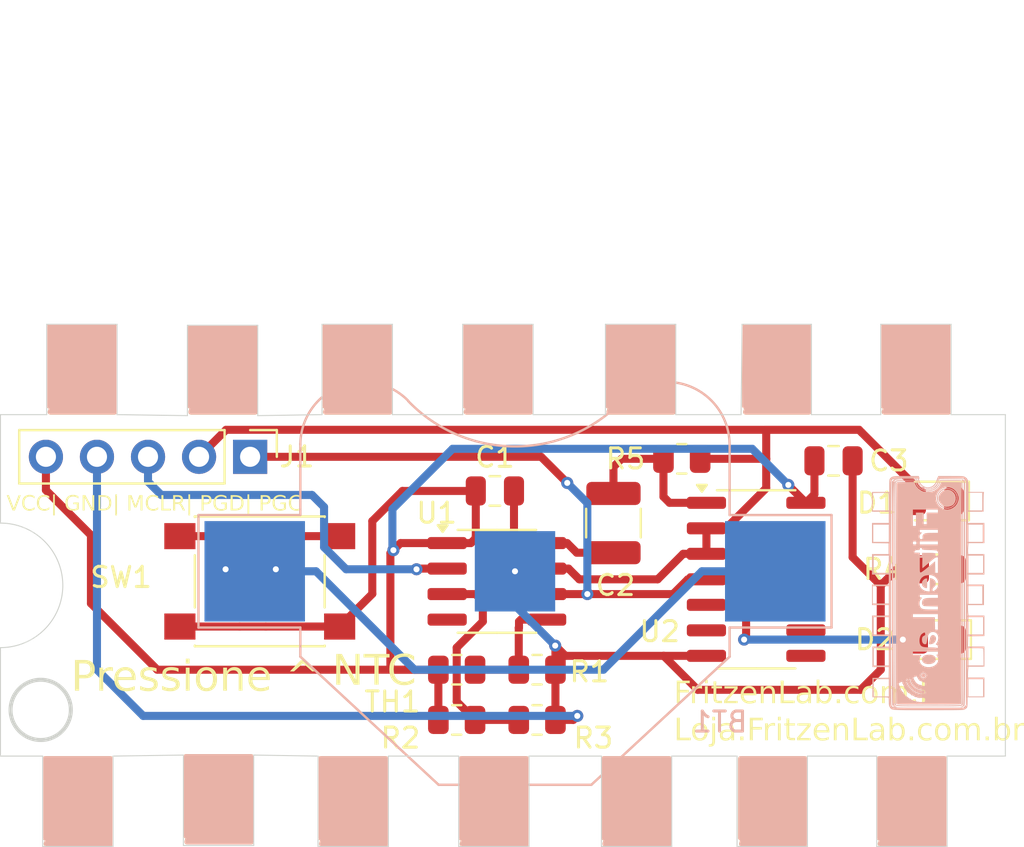
<source format=kicad_pcb>
(kicad_pcb (version 20240108) (generator "pcbnew") (generator_version "8.0")
  (layers (0 "F.Cu" signal) (31 "B.Cu" signal) (34 "B.Paste" user) (35 "F.Paste" user) (36 "B.SilkS" user "B.Silkscreen") (37 "F.SilkS" user "F.Silkscreen") (38 "B.Mask" user) (39 "F.Mask" user) (44 "Edge.Cuts" user))
  (net 0 "")
  (net 1 "Net-(BT1-+)")
  (net 2 "GND")
  (net 3 "VCC")
  (net 4 "Net-(D1-K)")
  (net 5 "A0")
  (net 6 "REF")
  (net 8 "LED1")
  (net 9 "LED2")
  (net 10 "MCLR")
  (net 11 "Net-(C2-Pad1)")
  (footprint "Connector_PinHeader_2.54mm:PinHeader_1x05_P2.54mm_Vertical" (layer "F.Cu") (at 112.22 73.3 -90)
    (property "Reference" "J1" (at 0 -2.33 180) (layer "F.SilkS"))
    (property "Value" "Conn_01x05_Pin" (hide yes))
    (pad "1" thru_hole rect (at 0 0 270) (size 1.7 1.7) (drill 1) (layers "*.Cu" "*.Mask") (net 9 "LED2"))
    (pad "2" thru_hole oval (at 0 2.54 270) (size 1.7 1.7) (drill 1) (layers "*.Cu" "*.Mask") (net 8 "LED1"))
    (pad "3" thru_hole oval (at 0 5.08 270) (size 1.7 1.7) (drill 1) (layers "*.Cu" "*.Mask") (net 10 "MCLR"))
    (pad "4" thru_hole oval (at 0 7.62 270) (size 1.7 1.7) (drill 1) (layers "*.Cu" "*.Mask") (net 2 "GND"))
    (pad "5" thru_hole oval (at 0 10.16 270) (size 1.7 1.7) (drill 1) (layers "*.Cu" "*.Mask") (net 3 "VCC"))
  )
  (footprint "Capacitor_SMD:C_1210_3225Metric" (layer "F.Cu") (at 130.3 76.6 -90)
    (property "Reference" "C2" (at 3.1 -0.1 180) (layer "F.SilkS"))
    (property "Value" "10u" (hide yes))
    (pad "1" smd roundrect (at -1.475 0 270) (size 1.15 2.7) (layers "F.Cu" "F.Paste" "F.Mask") (roundrect_rratio 0.217391) (net 11 "Net-(C2-Pad1)"))
    (pad "2" smd roundrect (at 1.475 0 270) (size 1.15 2.7) (layers "F.Cu" "F.Paste" "F.Mask") (roundrect_rratio 0.217391) (net 2 "GND"))
  )
  (footprint "Capacitor_SMD:C_0805_2012Metric" (layer "F.Cu") (at 141.25 73.5)
    (property "Reference" "C3" (at 2.75 0 0) (layer "F.SilkS"))
    (property "Value" "100n" (hide yes))
    (pad "1" smd roundrect (at -0.95 0) (size 1 1.45) (layers "F.Cu" "F.Paste" "F.Mask") (net 3 "VCC"))
    (pad "2" smd roundrect (at 0.95 0) (size 1 1.45) (layers "F.Cu" "F.Paste" "F.Mask") (net 2 "GND"))
  )
  (footprint "Resistor_SMD:R_0805_2012Metric" (layer "F.Cu") (at 122.5 86.4)
    (property "Reference" "R2" (at -2.8 0.9 0) (layer "F.SilkS"))
    (property "Value" "10k" (hide yes))
    (pad "1" smd roundrect (at -0.9125 0) (size 1.025 1.4) (layers "F.Cu" "F.Paste" "F.Mask") (roundrect_rratio 0.243902) (net 3 "VCC"))
    (pad "2" smd roundrect (at 0.9125 0) (size 1.025 1.4) (layers "F.Cu" "F.Paste" "F.Mask") (roundrect_rratio 0.243902) (net 6 "REF"))
  )
  (footprint "Package_SO:SOIC-8_3.9x4.9mm_P1.27mm" (layer "F.Cu") (at 124.5 79.5)
    (property "Reference" "U1" (at -3 -3.4 0) (layer "F.SilkS"))
    (property "Value" "PIC12F675-xSN" (hide yes))
    (pad "1" smd roundrect (at -2.475 -1.905) (size 1.95 0.6) (layers "F.Cu" "F.Paste" "F.Mask") (net 3 "VCC"))
    (pad "2" smd roundrect (at -2.475 -0.635) (size 1.95 0.6) (layers "F.Cu" "F.Paste" "F.Mask") (net 10 "MCLR"))
    (pad "3" smd roundrect (at -2.475 0.635) (size 1.95 0.6) (layers "F.Cu" "F.Paste" "F.Mask") (net 6 "REF"))
    (pad "4" smd roundrect (at -2.475 1.905) (size 1.95 0.6) (layers "F.Cu" "F.Paste" "F.Mask"))
    (pad "5" smd roundrect (at 2.475 1.905) (size 1.95 0.6) (layers "F.Cu" "F.Paste" "F.Mask") (net 5 "A0"))
    (pad "6" smd roundrect (at 2.475 0.635) (size 1.95 0.6) (layers "F.Cu" "F.Paste" "F.Mask") (net 9 "LED2"))
    (pad "7" smd roundrect (at 2.475 -0.635) (size 1.95 0.6) (layers "F.Cu" "F.Paste" "F.Mask") (net 8 "LED1"))
    (pad "8" smd roundrect (at 2.475 -1.905) (size 1.95 0.6) (layers "F.Cu" "F.Paste" "F.Mask") (net 2 "GND"))
  )
  (footprint "LED_SMD:LED_0805_2012Metric" (layer "F.Cu") (at 146.3 75.5 180)
    (property "Reference" "D1" (at 2.9 -0.1 360) (layer "F.SilkS"))
    (property "Value" "LED" (hide yes))
    (pad "1" smd roundrect (at -0.9375 0 180) (size 0.975 1.4) (layers "F.Cu" "F.Paste" "F.Mask") (net 4 "Net-(D1-K)"))
    (pad "2" smd roundrect (at 0.9375 0 180) (size 0.975 1.4) (layers "F.Cu" "F.Paste" "F.Mask") (net 8 "LED1"))
  )
  (footprint "Resistor_SMD:R_0805_2012Metric" (layer "F.Cu") (at 133.7 73.4 180)
    (property "Reference" "R5" (at 2.8 0 360) (layer "F.SilkS"))
    (property "Value" "39k" (hide yes))
    (pad "1" smd roundrect (at -0.9125 0 180) (size 1.025 1.4) (layers "F.Cu" "F.Paste" "F.Mask") (roundrect_rratio 0.243902) (net 8 "LED1"))
    (pad "2" smd roundrect (at 0.9125 0 180) (size 1.025 1.4) (layers "F.Cu" "F.Paste" "F.Mask") (roundrect_rratio 0.243902) (net 11 "Net-(C2-Pad1)"))
  )
  (footprint "Resistor_SMD:R_0805_2012Metric" (layer "F.Cu") (at 146.4 78.9)
    (property "Reference" "R4" (at -2.7 0 360) (layer "F.SilkS"))
    (property "Value" "1k")
    (pad "1" smd roundrect (at -0.9125 0) (size 1.025 1.4) (layers "F.Cu" "F.Paste" "F.Mask") (roundrect_rratio 0.243902) (net 2 "GND"))
    (pad "2" smd roundrect (at 0.9125 0) (size 1.025 1.4) (layers "F.Cu" "F.Paste" "F.Mask") (roundrect_rratio 0.243902) (net 4 "Net-(D1-K)"))
  )
  (footprint "Capacitor_SMD:C_0805_2012Metric" (layer "F.Cu") (at 124.4 75)
    (property "Reference" "C1" (at 0 -1.68 0) (layer "F.SilkS"))
    (property "Value" "100n" (hide yes))
    (pad "1" smd roundrect (at -0.95 0) (size 1 1.45) (layers "F.Cu" "F.Paste" "F.Mask") (net 3 "VCC"))
    (pad "2" smd roundrect (at 0.95 0) (size 1 1.45) (layers "F.Cu" "F.Paste" "F.Mask") (net 2 "GND"))
  )
  (footprint "Resistor_SMD:R_0805_2012Metric" (layer "F.Cu") (at 126.5 86.4)
    (property "Reference" "R3" (at 2.8 0.9 0) (layer "F.SilkS"))
    (property "Value" "10k" (hide yes))
    (pad "1" smd roundrect (at -0.9125 0) (size 1.025 1.4) (layers "F.Cu" "F.Paste" "F.Mask") (roundrect_rratio 0.243902) (net 6 "REF"))
    (pad "2" smd roundrect (at 0.9125 0) (size 1.025 1.4) (layers "F.Cu" "F.Paste" "F.Mask") (roundrect_rratio 0.243902) (net 2 "GND"))
  )
  (footprint "Button_Switch_SMD:SW_Push_1P1T_NO_6x6mm_H9.5mm" (layer "F.Cu") (at 112.7 79.5)
    (property "Reference" "SW1" (at -6.9 -0.2 0) (layer "F.SilkS"))
    (property "Value" "SW_Push_Dual" (hide yes))
    (pad "1" smd rect (at -3.975 -2.25) (size 1.55 1.3) (layers "F.Cu" "F.Paste" "F.Mask") (net 1 "Net-(BT1-+)"))
    (pad "1" smd rect (at 3.975 -2.25) (size 1.55 1.3) (layers "F.Cu" "F.Paste" "F.Mask") (net 1 "Net-(BT1-+)"))
    (pad "2" smd rect (at -3.975 2.25) (size 1.55 1.3) (layers "F.Cu" "F.Paste" "F.Mask") (net 3 "VCC"))
    (pad "2" smd rect (at 3.975 2.25) (size 1.55 1.3) (layers "F.Cu" "F.Paste" "F.Mask") (net 3 "VCC"))
  )
  (footprint "Resistor_SMD:R_0805_2012Metric" (layer "F.Cu") (at 122.5 83.9)
    (property "Reference" "TH1" (at -3.2 1.6 0) (layer "F.SilkS"))
    (property "Value" "Thermistor_NTC" (hide yes))
    (pad "1" smd roundrect (at -0.9125 0) (size 1.025 1.4) (layers "F.Cu" "F.Paste" "F.Mask") (roundrect_rratio 0.243902) (net 3 "VCC"))
    (pad "2" smd roundrect (at 0.9125 0) (size 1.025 1.4) (layers "F.Cu" "F.Paste" "F.Mask") (roundrect_rratio 0.243902) (net 5 "A0"))
  )
  (footprint "LED_SMD:LED_0805_2012Metric" (layer "F.Cu") (at 146.4 82.4 180)
    (property "Reference" "D2" (at 3.1 0 360) (layer "F.SilkS"))
    (property "Value" "LED")
    (pad "1" smd roundrect (at -0.9375 0 180) (size 0.975 1.4) (layers "F.Cu" "F.Paste" "F.Mask") (net 4 "Net-(D1-K)"))
    (pad "2" smd roundrect (at 0.9375 0 180) (size 0.975 1.4) (layers "F.Cu" "F.Paste" "F.Mask") (net 9 "LED2"))
  )
  (footprint "Package_SO:SOIC-14_3.9x8.7mm_P1.27mm" (layer "F.Cu") (at 137.4 79.4)
    (property "Reference" "U2" (at -4.8 2.6 0) (layer "F.SilkS"))
    (property "Value" "74HC14" (hide yes))
    (pad "1" smd roundrect (at -2.475 -3.81) (size 1.95 0.6) (layers "F.Cu" "F.Paste" "F.Mask") (net 11 "Net-(C2-Pad1)"))
    (pad "2" smd roundrect (at -2.475 -2.54) (size 1.95 0.6) (layers "F.Cu" "F.Paste" "F.Mask") (net 8 "LED1"))
    (pad "3" smd roundrect (at -2.475 -1.27) (size 1.95 0.6) (layers "F.Cu" "F.Paste" "F.Mask") (net 8 "LED1"))
    (pad "4" smd roundrect (at -2.475 0) (size 1.95 0.6) (layers "F.Cu" "F.Paste" "F.Mask") (net 9 "LED2"))
    (pad "5" smd roundrect (at -2.475 1.27) (size 1.95 0.6) (layers "F.Cu" "F.Paste" "F.Mask"))
    (pad "6" smd roundrect (at -2.475 2.54) (size 1.95 0.6) (layers "F.Cu" "F.Paste" "F.Mask"))
    (pad "7" smd roundrect (at -2.475 3.81) (size 1.95 0.6) (layers "F.Cu" "F.Paste" "F.Mask") (net 2 "GND"))
    (pad "8" smd roundrect (at 2.475 3.81) (size 1.95 0.6) (layers "F.Cu" "F.Paste" "F.Mask"))
    (pad "9" smd roundrect (at 2.475 2.54) (size 1.95 0.6) (layers "F.Cu" "F.Paste" "F.Mask"))
    (pad "10" smd roundrect (at 2.475 1.27) (size 1.95 0.6) (layers "F.Cu" "F.Paste" "F.Mask"))
    (pad "11" smd roundrect (at 2.475 0) (size 1.95 0.6) (layers "F.Cu" "F.Paste" "F.Mask"))
    (pad "12" smd roundrect (at 2.475 -1.27) (size 1.95 0.6) (layers "F.Cu" "F.Paste" "F.Mask"))
    (pad "13" smd roundrect (at 2.475 -2.54) (size 1.95 0.6) (layers "F.Cu" "F.Paste" "F.Mask"))
    (pad "14" smd roundrect (at 2.475 -3.81) (size 1.95 0.6) (layers "F.Cu" "F.Paste" "F.Mask") (net 3 "VCC"))
  )
  (footprint "Resistor_SMD:R_0805_2012Metric" (layer "F.Cu") (at 126.5 83.9)
    (property "Reference" "R1" (at 2.6 0.1 0) (layer "F.SilkS"))
    (property "Value" "10k" (hide yes))
    (pad "1" smd roundrect (at -0.9125 0) (size 1.025 1.4) (layers "F.Cu" "F.Paste" "F.Mask") (roundrect_rratio 0.243902) (net 5 "A0"))
    (pad "2" smd roundrect (at 0.9125 0) (size 1.025 1.4) (layers "F.Cu" "F.Paste" "F.Mask") (roundrect_rratio 0.243902) (net 2 "GND"))
  )
  (footprint "Battery:BatteryHolder_Multicomp_BC-2001_1x2032" (layer "B.Cu") (at 125.4 79 180)
    (property "Reference" "BT1" (at -10.2 -7.5 0) (layer "B.SilkS") (effects (justify mirror)))
    (property "Value" "Battery_Cell" (hide yes))
    (pad "1" smd rect (at -12.95 0 180) (size 5 5) (layers "B.Cu" "B.Paste" "B.Mask") (net 1 "Net-(BT1-+)"))
    (pad "1" smd rect (at 12.95 0 180) (size 5 5) (layers "B.Cu" "B.Paste" "B.Mask") (net 1 "Net-(BT1-+)"))
    (pad "2" smd rect (at 0 0 180) (size 4 4) (layers "B.Cu" "B.Paste" "B.Mask") (net 2 "GND"))
  )
  (footprint "Logo:logo-fritzenlab-pequeno" (layer "B.Cu") (at 146.4 80 -90)
    (property "Reference" "G***" (hide yes))
    (property "Value" "LOGO" (hide yes))
  )
  (gr_line (start 112.6 71.25) (end 115.8 71.2) (stroke (width 0.05)) (layer "Edge.Cuts"))
  (gr_line (start 126.1 92.7) (end 122.6 92.7) (stroke (width 0.05)) (layer "Edge.Cuts"))
  (gr_line (start 147.1 71.2) (end 147.1 66.7) (stroke (width 0.05)) (layer "Edge.Cuts"))
  (gr_line (start 105.4 88.2) (end 108.9 88.15) (stroke (width 0.05)) (layer "Edge.Cuts"))
  (gr_line (start 146.9 92.7) (end 143.4 92.7) (stroke (width 0.05)) (layer "Edge.Cuts"))
  (gr_line (start 119.1 88.2) (end 119.1 92.7) (stroke (width 0.05)) (layer "Edge.Cuts"))
  (gr_line (start 139.95 92.7) (end 136.45 92.7) (stroke (width 0.05)) (layer "Edge.Cuts"))
  (gr_line (start 119.1 88.2) (end 122.6 88.2) (stroke (width 0.05)) (layer "Edge.Cuts"))
  (gr_line (start 102.1 71.2) (end 99.8 71.2) (stroke (width 0.05)) (layer "Edge.Cuts"))
  (gr_line (start 133.2 88.2) (end 133.2 92.7) (stroke (width 0.05)) (layer "Edge.Cuts"))
  (gr_line (start 105.6 66.7) (end 102.1 66.7) (stroke (width 0.05)) (layer "Edge.Cuts"))
  (gr_line (start 112.4 92.65) (end 108.9 92.65) (stroke (width 0.05)) (layer "Edge.Cuts"))
  (gr_line (start 99.8 88.2) (end 101.9 88.2) (stroke (width 0.05)) (layer "Edge.Cuts"))
  (gr_line (start 139.95 88.2) (end 143.4 88.2) (stroke (width 0.05)) (layer "Edge.Cuts"))
  (gr_line (start 140.15 71.2) (end 140.15 66.7) (stroke (width 0.05)) (layer "Edge.Cuts"))
  (gr_line (start 133.4 71.2) (end 133.4 66.7) (stroke (width 0.05)) (layer "Edge.Cuts"))
  (gr_line (start 147.1 66.7) (end 143.6 66.7) (stroke (width 0.05)) (layer "Edge.Cuts"))
  (gr_line (start 133.4 71.2) (end 136.65 71.2) (stroke (width 0.05)) (layer "Edge.Cuts"))
  (gr_line (start 105.4 88.2) (end 105.4 92.7) (stroke (width 0.05)) (layer "Edge.Cuts"))
  (gr_line (start 136.45 92.7) (end 136.45 88.2) (stroke (width 0.05)) (layer "Edge.Cuts"))
  (gr_line (start 126.3 66.7) (end 122.8 66.7) (stroke (width 0.05)) (layer "Edge.Cuts"))
  (gr_line (start 147.1 71.2) (end 149.8 71.2) (stroke (width 0.05)) (layer "Edge.Cuts"))
  (gr_line (start 136.65 71.2) (end 136.7 66.7) (stroke (width 0.05)) (layer "Edge.Cuts"))
  (gr_line (start 149.8 71.2) (end 149.8 88.2) (stroke (width 0.05)) (layer "Edge.Cuts"))
  (gr_line (start 119.3 66.7) (end 115.8 66.7) (stroke (width 0.05)) (layer "Edge.Cuts"))
  (gr_line (start 119.3 71.2) (end 119.3 66.7) (stroke (width 0.05)) (layer "Edge.Cuts"))
  (gr_line (start 126.1 88.2) (end 126.1 92.7) (stroke (width 0.05)) (layer "Edge.Cuts"))
  (gr_line (start 126.1 88.2) (end 129.7 88.2) (stroke (width 0.05)) (layer "Edge.Cuts"))
  (gr_line (start 139.95 88.2) (end 139.95 92.7) (stroke (width 0.05)) (layer "Edge.Cuts"))
  (gr_line (start 112.6 71.25) (end 112.6 66.75) (stroke (width 0.05)) (layer "Edge.Cuts"))
  (gr_line (start 143.4 92.7) (end 143.4 88.2) (stroke (width 0.05)) (layer "Edge.Cuts"))
  (gr_line (start 146.9 88.2) (end 149.8 88.2) (stroke (width 0.05)) (layer "Edge.Cuts"))
  (gr_line (start 143.6 66.7) (end 143.6 71.2) (stroke (width 0.05)) (layer "Edge.Cuts"))
  (gr_line (start 99.8 71.2) (end 99.8 76.6) (stroke (width 0.05)) (layer "Edge.Cuts"))
  (gr_line (start 109.1 71.25) (end 105.6 71.2) (stroke (width 0.05)) (layer "Edge.Cuts"))
  (gr_line (start 119.1 92.7) (end 115.6 92.7) (stroke (width 0.05)) (layer "Edge.Cuts"))
  (gr_line (start 109.1 66.75) (end 109.1 71.25) (stroke (width 0.05)) (layer "Edge.Cuts"))
  (gr_line (start 126.3 71.2) (end 126.3 66.7) (stroke (width 0.05)) (layer "Edge.Cuts"))
  (gr_circle (center 101.8 85.9) (end 103.3 85.9) (stroke (width 0.2)) (fill none) (layer "Edge.Cuts"))
  (gr_line (start 115.6 92.7) (end 115.6 88.2) (stroke (width 0.05)) (layer "Edge.Cuts"))
  (gr_line (start 99.8 82.8) (end 99.8 88.2) (stroke (width 0.05)) (layer "Edge.Cuts"))
  (gr_line (start 105.4 92.7) (end 101.9 92.7) (stroke (width 0.05)) (layer "Edge.Cuts"))
  (gr_line (start 133.2 92.7) (end 129.7 92.7) (stroke (width 0.05)) (layer "Edge.Cuts"))
  (gr_line (start 129.7 92.7) (end 129.7 88.2) (stroke (width 0.05)) (layer "Edge.Cuts"))
  (gr_line (start 112.4 88.15) (end 112.4 92.65) (stroke (width 0.05)) (layer "Edge.Cuts"))
  (gr_line (start 133.2 88.2) (end 136.45 88.2) (stroke (width 0.05)) (layer "Edge.Cuts"))
  (gr_line (start 122.8 66.7) (end 122.8 71.2) (stroke (width 0.05)) (layer "Edge.Cuts"))
  (gr_line (start 119.3 71.2) (end 122.8 71.2) (stroke (width 0.05)) (layer "Edge.Cuts"))
  (gr_line (start 122.6 92.7) (end 122.6 88.2) (stroke (width 0.05)) (layer "Edge.Cuts"))
  (gr_line (start 146.9 88.2) (end 146.9 92.7) (stroke (width 0.05)) (layer "Edge.Cuts"))
  (gr_line (start 126.3 71.2) (end 129.9 71.2) (stroke (width 0.05)) (layer "Edge.Cuts"))
  (gr_line (start 115.8 66.7) (end 115.8 71.2) (stroke (width 0.05)) (layer "Edge.Cuts"))
  (gr_line (start 136.7 66.7) (end 140.15 66.7) (stroke (width 0.05)) (layer "Edge.Cuts"))
  (gr_line (start 133.4 66.7) (end 129.9 66.7) (stroke (width 0.05)) (layer "Edge.Cuts"))
  (gr_line (start 101.9 92.7) (end 101.9 88.2) (stroke (width 0.05)) (layer "Edge.Cuts"))
  (gr_line (start 108.9 92.65) (end 108.9 88.15) (stroke (width 0.05)) (layer "Edge.Cuts"))
  (gr_line (start 140.15 71.2) (end 143.6 71.2) (stroke (width 0.05)) (layer "Edge.Cuts"))
  (gr_line (start 102.1 66.7) (end 102.1 71.2) (stroke (width 0.05)) (layer "Edge.Cuts"))
  (gr_arc (start 99.8 76.6) (mid 102.9 79.7) (end 99.8 82.8) (stroke (width 0.05)) (layer "Edge.Cuts"))
  (gr_line (start 105.6 71.2) (end 105.6 66.7) (stroke (width 0.05)) (layer "Edge.Cuts"))
  (gr_line (start 112.4 88.15) (end 115.6 88.2) (stroke (width 0.05)) (layer "Edge.Cuts"))
  (gr_line (start 112.6 66.75) (end 109.1 66.75) (stroke (width 0.05)) (layer "Edge.Cuts"))
  (gr_line (start 129.9 66.7) (end 129.9 71.2) (stroke (width 0.05)) (layer "Edge.Cuts"))
  (gr_text "NTC" (at 116.3 84.9 0) (layer "F.SilkS") (effects (font (size 1.5 1.5) (thickness 0.1875)) (justify left bottom)))
  (gr_text "Pressione ^" (at 103.3 85.2 0) (layer "F.SilkS") (effects (font (size 1.5 1.5) (thickness 0.1875)) (justify left bottom)))
  (gr_text "FritzenLab.com.br\nLoja.FritzenLab.com.br" (at 133.3 87.6 0) (layer "F.SilkS") (effects (font (size 1.1 1.1) (thickness 0.1875)) (justify left bottom)))
  (gr_text "VCC| GND| MCLR| PGD| PGC" (at 100.1 76.1 0) (layer "F.SilkS") (effects (font (size 0.75 0.75) (thickness 0.1875)) (justify left bottom)))
  (segment (start 111 77.25) (end 111 78.9) (width 0.4) (layer "F.Cu") (net 1))
  (segment (start 108.725 77.25) (end 111 77.25) (width 0.4) (layer "F.Cu") (net 1))
  (segment (start 116.675 77.25) (end 113.5 77.25) (width 0.4) (layer "F.Cu") (net 1))
  (segment (start 113.5 77.25) (end 111 77.25) (width 0.4) (layer "F.Cu") (net 1))
  (segment (start 113.5 77.25) (end 113.5 78.9) (width 0.4) (layer "F.Cu") (net 1))
  (via (at 111 78.9) (size 0.6) (drill 0.3) (layers "F.Cu" "B.Cu") (net 1))
  (via (at 113.5 78.9) (size 0.6) (drill 0.3) (layers "F.Cu" "B.Cu") (net 1))
  (segment (start 115.5 79) (end 112.45 79) (width 0.4) (layer "B.Cu") (net 1))
  (segment (start 134.7 79) (end 129.8 83.9) (width 0.4) (layer "B.Cu") (net 1))
  (segment (start 120.4 83.9) (end 115.5 79) (width 0.4) (layer "B.Cu") (net 1))
  (segment (start 138.35 79) (end 134.7 79) (width 0.4) (layer "B.Cu") (net 1))
  (segment (start 129.8 83.9) (end 120.4 83.9) (width 0.4) (layer "B.Cu") (net 1))
  (segment (start 143.6 83.9) (end 142.6 84.9) (width 0.4) (layer "F.Cu") (net 2))
  (segment (start 127.4125 86.4) (end 128.3 86.4) (width 0.4) (layer "F.Cu") (net 2))
  (segment (start 128.475 78.075) (end 130.3 78.075) (width 0.4) (layer "F.Cu") (net 2))
  (segment (start 125.35 78.95) (end 125.4 79) (width 0.4) (layer "F.Cu") (net 2))
  (segment (start 142.2 78.3) (end 143.6 79.7) (width 0.4) (layer "F.Cu") (net 2))
  (segment (start 128.3 86.4) (end 128.5 86.2) (width 0.4) (layer "F.Cu") (net 2))
  (segment (start 127.995 77.595) (end 128.475 78.075) (width 0.4) (layer "F.Cu") (net 2))
  (segment (start 126.000001 77.595) (end 125.4 78.195001) (width 0.4) (layer "F.Cu") (net 2))
  (segment (start 127.4125 83.9) (end 127.4125 82.7125) (width 0.4) (layer "F.Cu") (net 2))
  (segment (start 134.49 84.9) (end 132.8 83.21) (width 0.4) (layer "F.Cu") (net 2))
  (segment (start 142.2 73.5) (end 142.2 78.3) (width 0.4) (layer "F.Cu") (net 2))
  (segment (start 142.6 84.9) (end 134.49 84.9) (width 0.4) (layer "F.Cu") (net 2))
  (segment (start 126.975 77.595) (end 127.995 77.595) (width 0.4) (layer "F.Cu") (net 2))
  (segment (start 125.35 75) (end 125.35 78.95) (width 0.4) (layer "F.Cu") (net 2))
  (segment (start 134.925 83.21) (end 132.8 83.21) (width 0.4) (layer "F.Cu") (net 2))
  (segment (start 145.4875 78.9) (end 144.4 78.9) (width 0.4) (layer "F.Cu") (net 2))
  (segment (start 127.4125 82.7125) (end 127.4 82.7) (width 0.4) (layer "F.Cu") (net 2))
  (segment (start 127.4125 86.4) (end 127.4125 83.9) (width 0.4) (layer "F.Cu") (net 2))
  (segment (start 132.8 83.21) (end 127.91 83.21) (width 0.4) (layer "F.Cu") (net 2))
  (segment (start 127.91 83.21) (end 127.4 82.7) (width 0.4) (layer "F.Cu") (net 2))
  (segment (start 125.4 78.195001) (end 125.4 79) (width 0.4) (layer "F.Cu") (net 2))
  (segment (start 143.6 79.7) (end 143.6 83.9) (width 0.4) (layer "F.Cu") (net 2))
  (segment (start 126.975 77.595) (end 126.000001 77.595) (width 0.4) (layer "F.Cu") (net 2))
  (segment (start 144.4 78.9) (end 143.6 79.7) (width 0.4) (layer "F.Cu") (net 2))
  (via (at 127.4 82.7) (size 0.6) (drill 0.3) (layers "F.Cu" "B.Cu") (net 2))
  (via (at 125.4 79) (size 0.6) (drill 0.3) (layers "F.Cu" "B.Cu") (net 2))
  (via (at 128.5 86.2) (size 0.6) (drill 0.3) (layers "F.Cu" "B.Cu") (net 2))
  (segment (start 104.6 83.9) (end 106.9 86.2) (width 0.4) (layer "B.Cu") (net 2))
  (segment (start 127.4 82.7) (end 125.4 80.7) (width 0.4) (layer "B.Cu") (net 2))
  (segment (start 125.4 80.7) (end 125.4 79) (width 0.4) (layer "B.Cu") (net 2))
  (segment (start 104.6 73.3) (end 104.6 83.9) (width 0.4) (layer "B.Cu") (net 2))
  (segment (start 106.9 86.2) (end 128.5 86.2) (width 0.4) (layer "B.Cu") (net 2))
  (segment (start 139 74.715) (end 139 74.7) (width 0.4) (layer "F.Cu") (net 3))
  (segment (start 122.025 77.595) (end 119.705 77.595) (width 0.4) (layer "F.Cu") (net 3))
  (segment (start 104.3 80.6) (end 104.3 77.2) (width 0.4) (layer "F.Cu") (net 3))
  (segment (start 119.8 75) (end 123.45 75) (width 0.4) (layer "F.Cu") (net 3))
  (segment (start 108.725 81.75) (end 111.7 81.75) (width 0.4) (layer "F.Cu") (net 3))
  (segment (start 119.2 78.1) (end 119.2 83.9) (width 0.4) (layer "F.Cu") (net 3))
  (segment (start 121.5875 86.4) (end 121.5875 83.9) (width 0.4) (layer "F.Cu") (net 3))
  (segment (start 107.6 83.9) (end 104.3 80.6) (width 0.4) (layer "F.Cu") (net 3))
  (segment (start 140.3 73.5) (end 140.3 75.165) (width 0.4) (layer "F.Cu") (net 3))
  (segment (start 104.3 77.2) (end 102.06 74.96) (width 0.4) (layer "F.Cu") (net 3))
  (segment (start 119.2 83.9) (end 121.5875 83.9) (width 0.4) (layer "F.Cu") (net 3))
  (segment (start 111.7 81.75) (end 113 81.75) (width 0.4) (layer "F.Cu") (net 3))
  (segment (start 113 81.75) (end 116.675 81.75) (width 0.4) (layer "F.Cu") (net 3))
  (segment (start 102.06 74.96) (end 102.06 73.3) (width 0.4) (layer "F.Cu") (net 3))
  (segment (start 118.3 76.5) (end 119.8 75) (width 0.4) (layer "F.Cu") (net 3))
  (segment (start 118.3 80.125) (end 118.3 76.5) (width 0.4) (layer "F.Cu") (net 3))
  (segment (start 116.675 81.75) (end 118.3 80.125) (width 0.4) (layer "F.Cu") (net 3))
  (segment (start 123.45 77.25) (end 123.5 77.3) (width 0.4) (layer "F.Cu") (net 3))
  (segment (start 123.5 77.3) (end 123.205 77.595) (width 0.4) (layer "F.Cu") (net 3))
  (segment (start 119.705 77.595) (end 119.2 78.1) (width 0.4) (layer "F.Cu") (net 3))
  (segment (start 123.45 75) (end 123.45 77.25) (width 0.4) (layer "F.Cu") (net 3))
  (segment (start 121.5875 83.9) (end 107.6 83.9) (width 0.4) (layer "F.Cu") (net 3))
  (segment (start 139.875 75.59) (end 139 74.715) (width 0.4) (layer "F.Cu") (net 3))
  (segment (start 140.3 75.165) (end 139.875 75.59) (width 0.4) (layer "F.Cu") (net 3))
  (segment (start 123.205 77.595) (end 122.025 77.595) (width 0.4) (layer "F.Cu") (net 3))
  (via (at 139 74.7) (size 0.6) (drill 0.3) (layers "F.Cu" "B.Cu") (net 3))
  (via (at 119.35 77.95) (size 0.6) (drill 0.3) (layers "F.Cu" "B.Cu") (net 3))
  (segment (start 137.2 72.9) (end 139 74.7) (width 0.4) (layer "B.Cu") (net 3))
  (segment (start 119.3 77.9) (end 119.3 75.9) (width 0.4) (layer "B.Cu") (net 3))
  (segment (start 122.3 72.9) (end 137.2 72.9) (width 0.4) (layer "B.Cu") (net 3))
  (segment (start 119.3 75.9) (end 122.3 72.9) (width 0.4) (layer "B.Cu") (net 3))
  (segment (start 119.35 77.95) (end 119.3 77.9) (width 0.4) (layer "B.Cu") (net 3))
  (segment (start 147.2375 82.3) (end 147.3375 82.4) (width 0.4) (layer "F.Cu") (net 4))
  (segment (start 147.2375 75.5) (end 147.2375 82.3) (width 0.4) (layer "F.Cu") (net 4))
  (segment (start 125.695 81.405) (end 125.6 81.5) (width 0.4) (layer "F.Cu") (net 5))
  (segment (start 123.4125 83.9) (end 125.5875 83.9) (width 0.4) (layer "F.Cu") (net 5))
  (segment (start 125.6 81.8) (end 125.5875 81.8125) (width 0.4) (layer "F.Cu") (net 5))
  (segment (start 125.6 81.5) (end 125.6 81.8) (width 0.4) (layer "F.Cu") (net 5))
  (segment (start 125.5875 81.8125) (end 125.5875 83.9) (width 0.4) (layer "F.Cu") (net 5))
  (segment (start 126.975 81.405) (end 125.695 81.405) (width 0.4) (layer "F.Cu") (net 5))
  (segment (start 123.435 80.135) (end 122.025 80.135) (width 0.4) (layer "F.Cu") (net 6))
  (segment (start 123.4125 86.4) (end 122.5 85.4875) (width 0.4) (layer "F.Cu") (net 6))
  (segment (start 122.5 82.8) (end 123.8 81.5) (width 0.4) (layer "F.Cu") (net 6))
  (segment (start 123.8 80.5) (end 123.435 80.135) (width 0.4) (layer "F.Cu") (net 6))
  (segment (start 122.5 85.4875) (end 122.5 82.8) (width 0.4) (layer "F.Cu") (net 6))
  (segment (start 123.8 81.5) (end 123.8 80.5) (width 0.4) (layer "F.Cu") (net 6))
  (segment (start 125.5875 86.4) (end 123.4125 86.4) (width 0.4) (layer "F.Cu") (net 6))
  (segment (start 137.9 73.4) (end 134.6125 73.4) (width 0.4) (layer "F.Cu") (net 8))
  (segment (start 137.9 74.859999) (end 135.899999 76.86) (width 0.4) (layer "F.Cu") (net 8))
  (segment (start 137.9 71.954445) (end 137.9 73.4) (width 0.4) (layer "F.Cu") (net 8))
  (segment (start 133.77 78.13) (end 134.925 78.13) (width 0.4) (layer "F.Cu") (net 8))
  (segment (start 134.925 78.13) (end 134.925 76.86) (width 0.4) (layer "F.Cu") (net 8))
  (segment (start 109.68 73.3) (end 111.025555 71.954445) (width 0.4) (layer "F.Cu") (net 8))
  (segment (start 137.9 73.4) (end 137.9 74.859999) (width 0.4) (layer "F.Cu") (net 8))
  (segment (start 142.516944 71.954445) (end 142.662499 72.1) (width 0.4) (layer "F.Cu") (net 8))
  (segment (start 145.3625 74.800001) (end 142.662499 72.1) (width 0.4) (layer "F.Cu") (net 8))
  (segment (start 128.6 79.4) (end 132.5 79.4) (width 0.4) (layer "F.Cu") (net 8))
  (segment (start 111.025555 71.954445) (end 142.516944 71.954445) (width 0.4) (layer "F.Cu") (net 8))
  (segment (start 145.3625 75.5) (end 145.3625 74.800001) (width 0.4) (layer "F.Cu") (net 8))
  (segment (start 128.065 78.865) (end 128.6 79.4) (width 0.4) (layer "F.Cu") (net 8))
  (segment (start 126.975 78.865) (end 128.065 78.865) (width 0.4) (layer "F.Cu") (net 8))
  (segment (start 132.5 79.4) (end 133.77 78.13) (width 0.4) (layer "F.Cu") (net 8))
  (segment (start 142.516944 71.954445) (end 137.9 71.954445) (width 0.4) (layer "F.Cu") (net 8))
  (segment (start 135.899999 76.86) (end 134.925 76.86) (width 0.4) (layer "F.Cu") (net 8))
  (segment (start 129 80.135) (end 133.265 80.135) (width 0.4) (layer "F.Cu") (net 9))
  (segment (start 134 79.4) (end 134.925 79.4) (width 0.4) (layer "F.Cu") (net 9))
  (segment (start 126.7 73.3) (end 128 74.6) (width 0.4) (layer "F.Cu") (net 9))
  (segment (start 136.4 79.4) (end 136.9 79.9) (width 0.4) (layer "F.Cu") (net 9))
  (segment (start 136.9 79.9) (end 136.9 82.3) (width 0.4) (layer "F.Cu") (net 9))
  (segment (start 136.9 82.3) (end 136.8 82.4) (width 0.4) (layer "F.Cu") (net 9))
  (segment (start 112.22 73.3) (end 126.7 73.3) (width 0.4) (layer "F.Cu") (net 9))
  (segment (start 126.975 80.135) (end 129 80.135) (width 0.4) (layer "F.Cu") (net 9))
  (segment (start 145.4625 82.4) (end 144.7 82.4) (width 0.4) (layer "F.Cu") (net 9))
  (segment (start 134.925 79.4) (end 136.4 79.4) (width 0.4) (layer "F.Cu") (net 9))
  (segment (start 133.265 80.135) (end 134 79.4) (width 0.4) (layer "F.Cu") (net 9))
  (via (at 144.7 82.4) (size 0.6) (drill 0.3) (layers "F.Cu" "B.Cu") (net 9))
  (via (at 128 74.6) (size 0.6) (drill 0.3) (layers "F.Cu" "B.Cu") (net 9))
  (via (at 129 80.135) (size 0.6) (drill 0.3) (layers "F.Cu" "B.Cu") (net 9))
  (via (at 136.8 82.4) (size 0.6) (drill 0.3) (layers "F.Cu" "B.Cu") (net 9))
  (segment (start 128 74.6) (end 129 75.6) (width 0.4) (layer "B.Cu") (net 9))
  (segment (start 129 75.6) (end 129 80.135) (width 0.4) (layer "B.Cu") (net 9))
  (segment (start 144.7 82.4) (end 136.8 82.4) (width 0.4) (layer "B.Cu") (net 9))
  (segment (start 122.025 78.865) (end 120.535 78.865) (width 0.4) (layer "F.Cu") (net 10))
  (segment (start 120.535 78.865) (end 120.5 78.9) (width 0.4) (layer "F.Cu") (net 10))
  (via (at 120.5 78.9) (size 0.6) (drill 0.3) (layers "F.Cu" "B.Cu") (net 10))
  (segment (start 115.3 75.2) (end 107.8 75.2) (width 0.4) (layer "B.Cu") (net 10))
  (segment (start 107.14 74.54) (end 107.14 73.3) (width 0.4) (layer "B.Cu") (net 10))
  (segment (start 115.9 77.8) (end 115.9 75.8) (width 0.4) (layer "B.Cu") (net 10))
  (segment (start 117 78.9) (end 115.9 77.8) (width 0.4) (layer "B.Cu") (net 10))
  (segment (start 120.5 78.9) (end 117 78.9) (width 0.4) (layer "B.Cu") (net 10))
  (segment (start 107.8 75.2) (end 107.14 74.54) (width 0.4) (layer "B.Cu") (net 10))
  (segment (start 115.9 75.8) (end 115.3 75.2) (width 0.4) (layer "B.Cu") (net 10))
  (segment (start 132.7875 75.2875) (end 132.7875 73.4) (width 0.4) (layer "F.Cu") (net 11))
  (segment (start 134.925 75.59) (end 133.09 75.59) (width 0.4) (layer "F.Cu") (net 11))
  (segment (start 130.7 73.4) (end 132.7875 73.4) (width 0.4) (layer "F.Cu") (net 11))
  (segment (start 133.09 75.59) (end 132.7875 75.2875) (width 0.4) (layer "F.Cu") (net 11))
  (segment (start 130.3 75.125) (end 130.3 73.8) (width 0.4) (layer "F.Cu") (net 11))
  (segment (start 130.3 73.8) (end 130.7 73.4) (width 0.4) (layer "F.Cu") (net 11))
  (zone (net 0) (net_name "") (layer "B.SilkS") (connect_pads (clearance 0.5)) (min_thickness 0.25) (fill yes (thermal_gap 0.5) (thermal_bridge_width 0.5))
    (polygon (pts (xy 136.5 92.7) (xy 140 92.7) (xy 140 88.2) (xy 136.5 88.2) (xy 136.5 92.4) (xy 136.6 92.4)))
  )
  (zone (net 0) (net_name "") (layer "B.SilkS") (connect_pads (clearance 0.5)) (min_thickness 0.25) (fill yes (thermal_gap 0.5) (thermal_bridge_width 0.5))
    (polygon (pts (xy 129.9 71.2) (xy 133.4 71.2) (xy 133.4 66.7) (xy 129.9 66.7) (xy 129.9 70.9) (xy 130 70.9)))
  )
  (zone (net 0) (net_name "") (layer "B.SilkS") (connect_pads (clearance 0.5)) (min_thickness 0.25) (fill yes (thermal_gap 0.5) (thermal_bridge_width 0.5))
    (polygon (pts (xy 108.9 92.6) (xy 112.4 92.6) (xy 112.4 88.1) (xy 108.9 88.1) (xy 108.9 92.3) (xy 109 92.3)))
  )
  (zone (net 0) (net_name "") (layer "B.SilkS") (connect_pads (clearance 0.5)) (min_thickness 0.25) (fill yes (thermal_gap 0.5) (thermal_bridge_width 0.5))
    (polygon (pts (xy 143.4 92.7) (xy 146.9 92.7) (xy 146.9 88.2) (xy 143.4 88.2) (xy 143.4 92.4) (xy 143.5 92.4)))
  )
  (zone (net 0) (net_name "") (layer "B.SilkS") (connect_pads (clearance 0.5)) (min_thickness 0.25) (fill yes (thermal_gap 0.5) (thermal_bridge_width 0.5))
    (polygon (pts (xy 136.7 71.2) (xy 140.2 71.2) (xy 140.2 66.7) (xy 136.7 66.7) (xy 136.7 70.9) (xy 136.8 70.9)))
  )
  (zone (net 0) (net_name "") (layer "B.SilkS") (connect_pads (clearance 0.5)) (min_thickness 0.25) (fill yes (thermal_gap 0.5) (thermal_bridge_width 0.5))
    (polygon (pts (xy 101.9 92.7) (xy 105.4 92.7) (xy 105.4 88.2) (xy 101.9 88.2) (xy 101.9 92.4) (xy 102 92.4)))
  )
  (zone (net 0) (net_name "") (layer "B.SilkS") (connect_pads (clearance 0.5)) (min_thickness 0.25) (fill yes (thermal_gap 0.5) (thermal_bridge_width 0.5))
    (polygon (pts (xy 115.6 92.7) (xy 119.1 92.7) (xy 119.1 88.2) (xy 115.6 88.2) (xy 115.6 92.4) (xy 115.7 92.4)))
  )
  (zone (net 0) (net_name "") (layer "B.SilkS") (connect_pads (clearance 0.5)) (min_thickness 0.25) (fill yes (thermal_gap 0.5) (thermal_bridge_width 0.5))
    (polygon (pts (xy 115.8 71.2) (xy 119.3 71.2) (xy 119.3 66.7) (xy 115.8 66.7) (xy 115.8 70.9) (xy 115.9 70.9)))
  )
  (zone (net 0) (net_name "") (layer "B.SilkS") (connect_pads (clearance 0.5)) (min_thickness 0.25) (fill yes (thermal_gap 0.5) (thermal_bridge_width 0.5))
    (polygon (pts (xy 102.1 71.2) (xy 105.6 71.2) (xy 105.6 66.7) (xy 102.1 66.7) (xy 102.1 70.9) (xy 102.2 70.9)))
  )
  (zone (net 0) (net_name "") (layer "B.SilkS") (connect_pads (clearance 0.5)) (min_thickness 0.25) (fill yes (thermal_gap 0.5) (thermal_bridge_width 0.5))
    (polygon (pts (xy 122.8 71.2) (xy 126.3 71.2) (xy 126.3 66.7) (xy 122.8 66.7) (xy 122.8 70.9) (xy 122.9 70.9)))
  )
  (zone (net 0) (net_name "") (layer "B.SilkS") (connect_pads (clearance 0.5)) (min_thickness 0.25) (fill yes (thermal_gap 0.5) (thermal_bridge_width 0.5))
    (polygon (pts (xy 129.7 92.7) (xy 133.2 92.7) (xy 133.2 88.2) (xy 129.7 88.2) (xy 129.7 92.4) (xy 129.8 92.4)))
  )
  (zone (net 0) (net_name "") (layer "B.SilkS") (connect_pads (clearance 0.5)) (min_thickness 0.25) (fill yes (thermal_gap 0.5) (thermal_bridge_width 0.5))
    (polygon (pts (xy 143.6 71.2) (xy 147.1 71.2) (xy 147.1 66.7) (xy 143.6 66.7) (xy 143.6 70.9) (xy 143.7 70.9)))
  )
  (zone (net 0) (net_name "") (layer "B.SilkS") (connect_pads (clearance 0.5)) (min_thickness 0.25) (fill yes (thermal_gap 0.5) (thermal_bridge_width 0.5))
    (polygon (pts (xy 109.1 71.2) (xy 112.6 71.2) (xy 112.6 66.7) (xy 109.1 66.7) (xy 109.1 70.9) (xy 109.2 70.9)))
  )
  (zone (net 0) (net_name "") (layer "B.SilkS") (connect_pads (clearance 0.5)) (min_thickness 0.25) (fill yes (thermal_gap 0.5) (thermal_bridge_width 0.5))
    (polygon (pts (xy 122.6 92.7) (xy 126.1 92.7) (xy 126.1 88.2) (xy 122.6 88.2) (xy 122.6 92.4) (xy 122.7 92.4)))
  )
  (zone (net 0) (net_name "") (layer "F.SilkS") (connect_pads (clearance 0.5)) (min_thickness 0.25) (fill yes (thermal_gap 0.5) (thermal_bridge_width 0.5))
    (polygon (pts (xy 129.9 71.2) (xy 133.4 71.2) (xy 133.4 66.7) (xy 129.9 66.7) (xy 129.9 70.9) (xy 130 70.9)))
  )
  (zone (net 0) (net_name "") (layer "F.SilkS") (connect_pads (clearance 0.5)) (min_thickness 0.25) (fill yes (thermal_gap 0.5) (thermal_bridge_width 0.5))
    (polygon (pts (xy 122.6 92.7) (xy 126.1 92.7) (xy 126.1 88.2) (xy 122.6 88.2) (xy 122.6 92.4) (xy 122.7 92.4)))
  )
  (zone (net 0) (net_name "") (layer "F.SilkS") (connect_pads (clearance 0.5)) (min_thickness 0.25) (fill yes (thermal_gap 0.5) (thermal_bridge_width 0.5))
    (polygon (pts (xy 109.1 71.2) (xy 112.6 71.2) (xy 112.6 66.7) (xy 109.1 66.7) (xy 109.1 70.9) (xy 109.2 70.9)))
  )
  (zone (net 0) (net_name "") (layer "F.SilkS") (connect_pads (clearance 0.5)) (min_thickness 0.25) (fill yes (thermal_gap 0.5) (thermal_bridge_width 0.5))
    (polygon (pts (xy 129.7 92.7) (xy 133.2 92.7) (xy 133.2 88.2) (xy 129.7 88.2) (xy 129.7 92.4) (xy 129.8 92.4)))
  )
  (zone (net 0) (net_name "") (layer "F.SilkS") (connect_pads (clearance 0.5)) (min_thickness 0.25) (fill yes (thermal_gap 0.5) (thermal_bridge_width 0.5))
    (polygon (pts (xy 115.8 71.2) (xy 119.3 71.2) (xy 119.3 66.7) (xy 115.8 66.7) (xy 115.8 70.9) (xy 115.9 70.9)))
  )
  (zone (net 0) (net_name "") (layer "F.SilkS") (connect_pads (clearance 0.5)) (min_thickness 0.25) (fill yes (thermal_gap 0.5) (thermal_bridge_width 0.5))
    (polygon (pts (xy 115.6 92.7) (xy 119.1 92.7) (xy 119.1 88.2) (xy 115.6 88.2) (xy 115.6 92.4) (xy 115.7 92.4)))
  )
  (zone (net 0) (net_name "") (layer "F.SilkS") (connect_pads (clearance 0.5)) (min_thickness 0.25) (fill yes (thermal_gap 0.5) (thermal_bridge_width 0.5))
    (polygon (pts (xy 143.6 71.2) (xy 147.1 71.2) (xy 147.1 66.7) (xy 143.6 66.7) (xy 143.6 70.9) (xy 143.7 70.9)))
  )
  (zone (net 0) (net_name "") (layer "F.SilkS") (connect_pads (clearance 0.5)) (min_thickness 0.25) (fill yes (thermal_gap 0.5) (thermal_bridge_width 0.5))
    (polygon (pts (xy 136.5 92.7) (xy 140 92.7) (xy 140 88.2) (xy 136.5 88.2) (xy 136.5 92.4) (xy 136.6 92.4)))
  )
  (zone (net 0) (net_name "") (layer "F.SilkS") (connect_pads (clearance 0.5)) (min_thickness 0.25) (fill yes (thermal_gap 0.5) (thermal_bridge_width 0.5))
    (polygon (pts (xy 122.8 71.2) (xy 126.3 71.2) (xy 126.3 66.7) (xy 122.8 66.7) (xy 122.8 70.9) (xy 122.9 70.9)))
  )
  (zone (net 0) (net_name "") (layer "F.SilkS") (connect_pads (clearance 0.5)) (min_thickness 0.25) (fill yes (thermal_gap 0.5) (thermal_bridge_width 0.5))
    (polygon (pts (xy 101.9 92.7) (xy 105.4 92.7) (xy 105.4 88.2) (xy 101.9 88.2) (xy 101.9 92.4) (xy 102 92.4)))
  )
  (zone (net 0) (net_name "") (layer "F.SilkS") (connect_pads (clearance 0.5)) (min_thickness 0.25) (fill yes (thermal_gap 0.5) (thermal_bridge_width 0.5))
    (polygon (pts (xy 136.7 71.2) (xy 140.2 71.2) (xy 140.2 66.7) (xy 136.7 66.7) (xy 136.7 70.9) (xy 136.8 70.9)))
  )
  (zone (net 0) (net_name "") (layer "F.SilkS") (connect_pads (clearance 0.5)) (min_thickness 0.25) (fill yes (thermal_gap 0.5) (thermal_bridge_width 0.5))
    (polygon (pts (xy 143.4 92.7) (xy 146.9 92.7) (xy 146.9 88.2) (xy 143.4 88.2) (xy 143.4 92.4) (xy 143.5 92.4)))
  )
  (zone (net 0) (net_name "") (layer "F.SilkS") (connect_pads (clearance 0.5)) (min_thickness 0.25) (fill yes (thermal_gap 0.5) (thermal_bridge_width 0.5))
    (polygon (pts (xy 102.1 71.2) (xy 105.6 71.2) (xy 105.6 66.7) (xy 102.1 66.7) (xy 102.1 70.9) (xy 102.2 70.9)))
  )
  (zone (net 0) (net_name "") (layer "F.SilkS") (connect_pads (clearance 0.5)) (min_thickness 0.25) (fill yes (thermal_gap 0.5) (thermal_bridge_width 0.5))
    (polygon (pts (xy 108.9 92.6) (xy 112.4 92.6) (xy 112.4 88.1) (xy 108.9 88.1) (xy 108.9 92.3) (xy 109 92.3)))
  )
)
</source>
